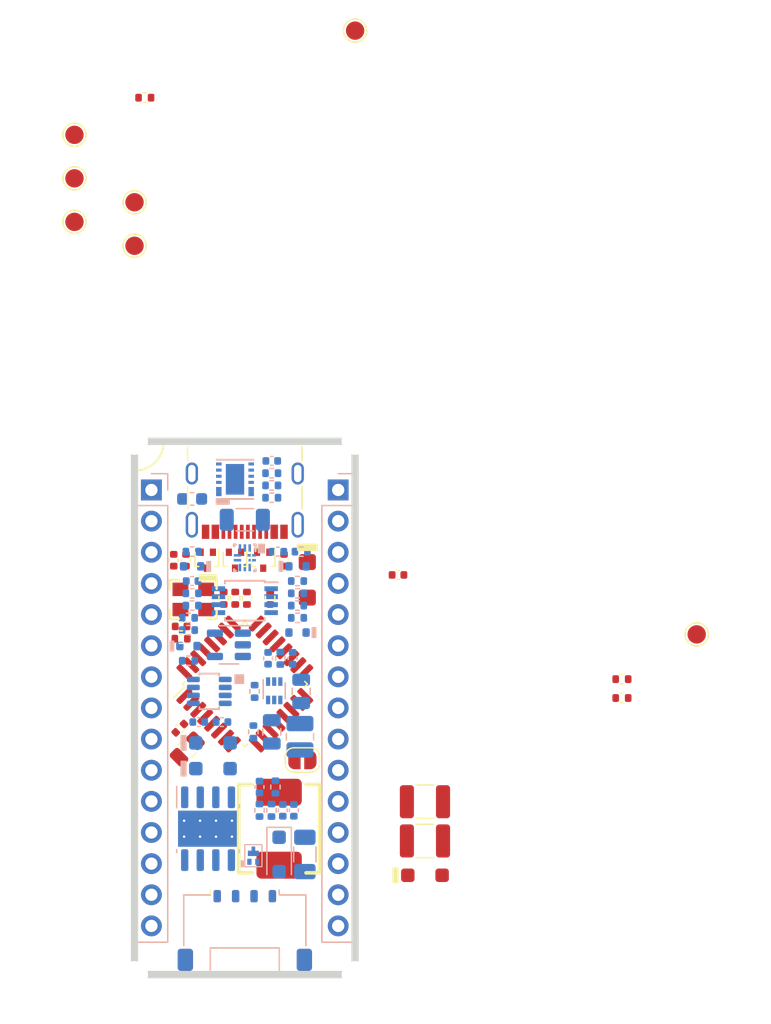
<source format=kicad_pcb>
(kicad_pcb (version 20221018) (generator pcbnew)
  (layers (0 "F.Cu" signal) (31 "B.Cu" signal) (34 "B.Paste" user) (35 "F.Paste" user) (36 "B.SilkS" user "B.Silkscreen") (37 "F.SilkS" user "F.Silkscreen") (38 "B.Mask" user) (39 "F.Mask" user) (44 "Edge.Cuts" user))
  (net 0 "")
  (net 31 "+VIN_USB")
  (net 32 "GND")
  (net 33 "/SBU2")
  (net 34 "/SBU1")
  (net 35 "/CC2")
  (net 36 "/CC1")
  (net 64 "/LV_SS")
  (net 65 "/LV_BOOT")
  (net 66 "/LV_SW")
  (net 67 "/LV_RT")
  (net 68 "/LV_EN")
  (net 69 "/LV_FB")
  (net 70 "+3V3_DCDC")
  (net 71 "/3V3_FB")
  (net 72 "/3V3_SW")
  (net 73 "/3V3_PG")
  (net 74 "/AOZ_SS")
  (net 75 "/AOZ_ENB")
  (net 76 "/AOZ_POVP")
  (net 77 "/VUSB_FLTB")
  (net 81 "/CC1_PR")
  (net 82 "/CC2_PR")
  (net 83 "/SBU1_PR")
  (net 84 "/SBU2_PR")
  (net 85 "Net-(U5A-+)")
  (net 86 "Net-(U5A--)")
  (net 87 "Net-(U5B-+)")
  (net 88 "Net-(U5B--)")
  (net 89 "Net-(R23-Pad2)")
  (net 90 "Net-(R24-Pad2)")
  (net 91 "/SWD_SEL")
  (net 94 "+5V0_DCDC")
  (net 95 "/DBCC1")
  (net 96 "Net-(X1-EN)")
  (net 97 "/OSC_OUT")
  (net 98 "/RCC_OSC_IN")
  (net 99 "/USB_DN")
  (net 100 "/USB_DP")
  (net 101 "/+5V0_DCDC_IN")
  (net 102 "+VIN_USB_PR")
  (net 103 "/CANH")
  (net 104 "/CANL")
  (net 105 "/+VCAN_J")
  (net 106 "+VIN_CAN")
  (net 107 "/USB_VBUS_DET")
  (net 108 "Net-(R25-Pad1)")
  (net 109 "/SWCLK")
  (net 110 "/SWDIO")
  (net 111 "/CAN_TXD")
  (net 112 "/CAN_RXD")
  (net 113 "/CAN_STB")
  (footprint "Capacitor_SMD:C_0402_1005Metric" (layer "F.Cu") (at 142 110.6 -135)
    (fp_text reference "C19" hide)
    (fp_text value "100nF")
    (pad "1" smd roundrect (at -0.48 0 225) (size 0.56 0.62) (layers "F.Cu" "F.Paste" "F.Mask") (net 70 "+3V3_DCDC"))
    (pad "2" smd roundrect (at 0.48 0 225) (size 0.56 0.62) (layers "F.Cu" "F.Paste" "F.Mask") (net 32 "GND"))
  )
  (footprint "MountingHole:MountingHole_2.2mm_M2" (layer "F.Cu") (at 138.3 87.2)
    (fp_text reference "H1" hide)
    (fp_text value "MountingHole")
    (pad "" np_thru_hole circle (at 0 0) (size 2.2 2.2) (drill 2.2) (layers "*.Cu" "*.Mask"))
  )
  (footprint "TestPoint:TestPoint_Pad_D1.5mm" (layer "F.Cu") (at 138.3 71.25)
    (fp_text reference "TP7" hide)
    (fp_text value "TestPoint_Probe")
    (pad "1" smd circle (at 0 0) (size 1.5 1.5) (layers "F.Cu" "F.Mask") (net 77 "/VUSB_FLTB"))
  )
  (footprint "Capacitor_SMD:C_0805_2012Metric" (layer "F.Cu") (at 142.6 112.3 -135)
    (fp_text reference "C20" hide)
    (fp_text value "10uF")
    (pad "1" smd roundrect (at -0.95 0 225) (size 1 1.45) (layers "F.Cu" "F.Paste" "F.Mask") (net 70 "+3V3_DCDC"))
    (pad "2" smd roundrect (at 0.95 0 225) (size 1 1.45) (layers "F.Cu" "F.Paste" "F.Mask") (net 32 "GND"))
  )
  (footprint "Resistor_SMD:R_0402_1005Metric" (layer "F.Cu") (at 178.075 106.6)
    (fp_text reference "R3" hide)
    (fp_text value "4K7")
    (pad "1" smd roundrect (at -0.51 0) (size 0.54 0.64) (layers "F.Cu" "F.Paste" "F.Mask") (net 31 "+VIN_USB"))
    (pad "2" smd roundrect (at 0.51 0) (size 0.54 0.64) (layers "F.Cu" "F.Paste" "F.Mask") (net 107 "/USB_VBUS_DET"))
  )
  (footprint "TestPoint:TestPoint_Pad_D1.5mm" (layer "F.Cu") (at 133.4 69.3)
    (fp_text reference "TP5" hide)
    (fp_text value "TestPoint_Probe")
    (pad "1" smd circle (at 0 0) (size 1.5 1.5) (layers "F.Cu" "F.Mask") (net 32 "GND"))
  )
  (footprint "TestPoint:TestPoint_Pad_D1.5mm" (layer "F.Cu") (at 133.4 62.2)
    (fp_text reference "TP3" hide)
    (fp_text value "TestPoint_Probe")
    (pad "1" smd circle (at 0 0) (size 1.5 1.5) (layers "F.Cu" "F.Mask") (net 73 "/3V3_PG"))
  )
  (footprint "Capacitor_SMD:C_0402_1005Metric" (layer "F.Cu") (at 142.1 102.3 180)
    (fp_text reference "C21" hide)
    (fp_text value "10nF")
    (pad "1" smd roundrect (at -0.48 0 180) (size 0.56 0.62) (layers "F.Cu" "F.Paste" "F.Mask") (net 70 "+3V3_DCDC"))
    (pad "2" smd roundrect (at 0.48 0 180) (size 0.56 0.62) (layers "F.Cu" "F.Paste" "F.Mask") (net 32 "GND"))
  )
  (footprint "Resistor_SMD:R_0402_1005Metric" (layer "F.Cu") (at 142.1 103.3)
    (fp_text reference "R28" hide)
    (fp_text value "0")
    (pad "1" smd roundrect (at -0.51 0) (size 0.54 0.64) (layers "F.Cu" "F.Paste" "F.Mask") (net 97 "/OSC_OUT"))
    (pad "2" smd roundrect (at 0.51 0) (size 0.54 0.64) (layers "F.Cu" "F.Paste" "F.Mask") (net 98 "/RCC_OSC_IN"))
  )
  (footprint "MountingHole:MountingHole_2.2mm_M2" (layer "F.Cu") (at 138.3 130.7)
    (fp_text reference "H3" hide)
    (fp_text value "MountingHole")
    (pad "" np_thru_hole circle (at 0 0) (size 2.2 2.2) (drill 2.2) (layers "*.Cu" "*.Mask"))
  )
  (footprint "Capacitor_SMD:C_0402_1005Metric" (layer "F.Cu") (at 150.5 96.9 -90)
    (fp_text reference "C1" hide)
    (fp_text value "10nF")
    (pad "1" smd roundrect (at -0.48 0 270) (size 0.56 0.62) (layers "F.Cu" "F.Paste" "F.Mask") (net 31 "+VIN_USB"))
    (pad "2" smd roundrect (at 0.48 0 270) (size 0.56 0.62) (layers "F.Cu" "F.Paste" "F.Mask") (net 32 "GND"))
  )
  (footprint "Resistor_SMD:R_0402_1005Metric" (layer "F.Cu") (at 146.52 100 -90)
    (fp_text reference "R2" hide)
    (fp_text value "5K1")
    (pad "1" smd roundrect (at -0.51 0 270) (size 0.54 0.64) (layers "F.Cu" "F.Paste" "F.Mask") (net 32 "GND"))
    (pad "2" smd roundrect (at 0.51 0 270) (size 0.54 0.64) (layers "F.Cu" "F.Paste" "F.Mask") (net 35 "/CC2"))
  )
  (footprint "Capacitor_SMD:C_1210_3225Metric" (layer "F.Cu") (at 162 116.6)
    (fp_text reference "C9" hide)
    (fp_text value "100uF")
    (pad "1" smd roundrect (at -1.475 0) (size 1.15 2.7) (layers "F.Cu" "F.Paste" "F.Mask") (roundrect_rratio 0.217391) (net 94 "+5V0_DCDC"))
    (pad "2" smd roundrect (at 1.475 0) (size 1.15 2.7) (layers "F.Cu" "F.Paste" "F.Mask") (roundrect_rratio 0.217391) (net 32 "GND"))
  )
  (footprint "Capacitor_SMD:C_0402_1005Metric" (layer "F.Cu") (at 159.8 98.1)
    (fp_text reference "C2" hide)
    (fp_text value "10nF")
    (pad "1" smd roundrect (at -0.48 0) (size 0.56 0.62) (layers "F.Cu" "F.Paste" "F.Mask") (net 31 "+VIN_USB"))
    (pad "2" smd roundrect (at 0.48 0) (size 0.56 0.62) (layers "F.Cu" "F.Paste" "F.Mask") (net 32 "GND"))
  )
  (footprint "MountingHole:MountingHole_2.2mm_M2" (layer "F.Cu") (at 156.3 130.7)
    (fp_text reference "H4" hide)
    (fp_text value "MountingHole")
    (pad "" np_thru_hole circle (at 0 0) (size 2.2 2.2) (drill 2.2) (layers "*.Cu" "*.Mask"))
  )
  (footprint "Resistor_SMD:R_0402_1005Metric" (layer "F.Cu") (at 145.57 100 -90)
    (fp_text reference "R27" hide)
    (fp_text value "10k")
    (pad "1" smd roundrect (at -0.51 0 270) (size 0.54 0.64) (layers "F.Cu" "F.Paste" "F.Mask") (net 96 "Net-(X1-EN)"))
    (pad "2" smd roundrect (at 0.51 0 270) (size 0.54 0.64) (layers "F.Cu" "F.Paste" "F.Mask") (net 70 "+3V3_DCDC"))
  )
  (footprint "TestPoint:TestPoint_Pad_D1.5mm" (layer "F.Cu") (at 138.3 67.7)
    (fp_text reference "TP6" hide)
    (fp_text value "TestPoint_Probe")
    (pad "1" smd circle (at 0 0) (size 1.5 1.5) (layers "F.Cu" "F.Mask") (net 102 "+VIN_USB_PR"))
  )
  (footprint "TestPoint:TestPoint_Pad_D1.5mm" (layer "F.Cu") (at 184.175 102.95)
    (fp_text reference "TP1" hide)
    (fp_text value "TestPoint_Probe")
    (pad "1" smd circle (at 0 0) (size 1.5 1.5) (layers "F.Cu" "F.Mask") (net 31 "+VIN_USB"))
  )
  (footprint "vhrd_crystal:Oscillator_SMD_Abracon_ASE-4Pin_3.2x2.5mm" (layer "F.Cu") (at 143.1 100.1 180)
    (fp_text reference "X1" hide)
    (fp_text value "Osc 24MHz 50ppm 3.2x2.5mm")
    (pad "1" smd rect (at -1.05 0.825 180) (size 1.3 1.1) (layers "F.Cu" "F.Paste" "F.Mask") (net 96 "Net-(X1-EN)"))
    (pad "2" smd rect (at 1.05 0.825 180) (size 1.3 1.1) (layers "F.Cu" "F.Paste" "F.Mask") (net 32 "GND"))
    (pad "3" smd rect (at 1.05 -0.825 180) (size 1.3 1.1) (layers "F.Cu" "F.Paste" "F.Mask") (net 97 "/OSC_OUT"))
    (pad "4" smd rect (at -1.05 -0.825 180) (size 1.3 1.1) (layers "F.Cu" "F.Paste" "F.Mask") (net 70 "+3V3_DCDC"))
  )
  (footprint "TestPoint:TestPoint_Pad_D1.5mm" (layer "F.Cu") (at 156.3 53.7)
    (fp_text reference "TP2" hide)
    (fp_text value "TestPoint_Probe")
    (pad "1" smd circle (at 0 0) (size 1.5 1.5) (layers "F.Cu" "F.Mask") (net 65 "/LV_BOOT"))
  )
  (footprint "vhrd_inductor:LMLP07A7" (layer "F.Cu") (at 150.1 118.8 90)
    (fp_text reference "L1" hide)
    (fp_text value "LMLP07A7M8R2DTAS")
    (pad "1" smd roundrect (at -2.975 0 270) (size 2.2 3.7) (layers "F.Cu" "F.Paste" "F.Mask") (roundrect_rratio 0.178571) (net 66 "/LV_SW"))
    (pad "2" smd roundrect (at 2.975 0 270) (size 2.2 3.7) (layers "F.Cu" "F.Paste" "F.Mask") (roundrect_rratio 0.178571) (net 94 "+5V0_DCDC"))
  )
  (footprint "MountingHole:MountingHole_2.2mm_M2" (layer "F.Cu") (at 156.3 87.2)
    (fp_text reference "H2" hide)
    (fp_text value "MountingHole")
    (pad "" np_thru_hole circle (at 0 0) (size 2.2 2.2) (drill 2.2) (layers "*.Cu" "*.Mask"))
  )
  (footprint "vhrd_connectors_molex:Molex_Pico-Lock_504050-0491_1x04-1MP_P1.50mm_Horizontal" (layer "F.Cu") (at 147.3 127.1)
    (fp_text reference "J4" hide)
    (fp_text value "Pico-Lock 4P")
    (pad "1" smd roundrect (at -2.25 -2.795) (size 0.6 1) (layers "F.Cu" "F.Paste" "F.Mask") (net 105 "/+VCAN_J"))
    (pad "2" smd roundrect (at -0.75 -2.795) (size 0.6 1) (layers "F.Cu" "F.Paste" "F.Mask") (net 103 "/CANH"))
    (pad "3" smd roundrect (at 0.75 -2.795) (size 0.6 1) (layers "F.Cu" "F.Paste" "F.Mask") (net 104 "/CANL"))
    (pad "4" smd roundrect (at 2.25 -2.795) (size 0.6 1) (layers "F.Cu" "F.Paste" "F.Mask") (net 32 "GND"))
    (pad "MP" smd roundrect (at -4.855 2.395) (size 1.25 1.8) (layers "F.Cu" "F.Paste" "F.Mask") (roundrect_rratio 0.2) (net 32 "GND"))
    (pad "MP" smd roundrect (at 4.855 2.395) (size 1.25 1.8) (layers "F.Cu" "F.Paste" "F.Mask") (roundrect_rratio 0.2) (net 32 "GND"))
  )
  (footprint "vhrd_generic:SOT-416" (layer "F.Cu") (at 146.5 96.9 -90)
    (fp_text reference "D3" hide)
    (fp_text value "RCLAMP0502BA")
    (pad "1" smd rect (at -0.65 -0.5 270) (size 0.6 0.5) (layers "F.Cu" "F.Paste" "F.Mask") (net 99 "/USB_DN"))
    (pad "2" smd rect (at -0.65 0.5 270) (size 0.6 0.5) (layers "F.Cu" "F.Paste" "F.Mask") (net 100 "/USB_DP"))
    (pad "3" smd rect (at 0.65 0 270) (size 0.6 0.5) (layers "F.Cu" "F.Paste" "F.Mask") (net 32 "GND"))
  )
  (footprint "Capacitor_SMD:C_1210_3225Metric" (layer "F.Cu") (at 162 119.8)
    (fp_text reference "C5" hide)
    (fp_text value "10uF")
    (pad "1" smd roundrect (at -1.475 0) (size 1.15 2.7) (layers "F.Cu" "F.Paste" "F.Mask") (roundrect_rratio 0.217391) (net 101 "/+5V0_DCDC_IN"))
    (pad "2" smd roundrect (at 1.475 0) (size 1.15 2.7) (layers "F.Cu" "F.Paste" "F.Mask") (roundrect_rratio 0.217391) (net 32 "GND"))
  )
  (footprint "Resistor_SMD:R_0402_1005Metric" (layer "F.Cu") (at 178.075 108.14)
    (fp_text reference "R4" hide)
    (fp_text value "10K")
    (pad "1" smd roundrect (at -0.51 0) (size 0.54 0.64) (layers "F.Cu" "F.Paste" "F.Mask") (net 107 "/USB_VBUS_DET"))
    (pad "2" smd roundrect (at 0.51 0) (size 0.54 0.64) (layers "F.Cu" "F.Paste" "F.Mask") (net 32 "GND"))
  )
  (footprint "Capacitor_SMD:C_0402_1005Metric" (layer "F.Cu") (at 141.5 96.9 -90)
    (fp_text reference "C3" hide)
    (fp_text value "10nF")
    (pad "1" smd roundrect (at -0.48 0 270) (size 0.56 0.62) (layers "F.Cu" "F.Paste" "F.Mask") (net 31 "+VIN_USB"))
    (pad "2" smd roundrect (at 0.48 0 270) (size 0.56 0.62) (layers "F.Cu" "F.Paste" "F.Mask") (net 32 "GND"))
  )
  (footprint "vhrd_generic:SOT-416" (layer "F.Cu") (at 144.2 96.9 -90)
    (fp_text reference "D1" hide)
    (fp_text value "RCLAMP0502BA")
    (pad "1" smd rect (at -0.65 -0.5 270) (size 0.6 0.5) (layers "F.Cu" "F.Paste" "F.Mask") (net 34 "/SBU1"))
    (pad "2" smd rect (at -0.65 0.5 270) (size 0.6 0.5) (layers "F.Cu" "F.Paste" "F.Mask") (net 35 "/CC2"))
    (pad "3" smd rect (at 0.65 0 270) (size 0.6 0.5) (layers "F.Cu" "F.Paste" "F.Mask") (net 32 "GND"))
  )
  (footprint "vhrd_diode:D_SOD-123F" (layer "F.Cu") (at 162 122.6)
    (fp_text reference "D5" hide)
    (fp_text value "Schottky 3A")
    (pad "1" smd roundrect (at -1.4 0) (size 1.1 1.1) (layers "F.Cu" "F.Paste" "F.Mask") (roundrect_rratio 0.2272727273) (net 66 "/LV_SW"))
    (pad "2" smd roundrect (at 1.4 0) (size 1.1 1.1) (layers "F.Cu" "F.Paste" "F.Mask") (roundrect_rratio 0.2272727273) (net 32 "GND"))
  )
  (footprint "Jumper:SolderJumper-2_P1.3mm_Open_RoundedPad1.0x1.5mm" (layer "F.Cu") (at 152 113.2)
    (fp_text reference "JP1" hide)
    (fp_text value "Jumper board")
    (pad "1" smd custom (at -0.65 0) (size 1 0.5) (layers "F.Cu" "F.Mask") (net 106 "+VIN_CAN") (options (clearance outline) (anchor rect)) (primitives (gr_circle (center 0 0.25) (end 0.5 0.25) (width 0) (fill yes)) (gr_circle (center 0 -0.25) (end 0.5 -0.25) (width 0) (fill yes)) (gr_poly (pts (xy 0.5 0.75) (xy 0 0.75) (xy 0 -0.75) (xy 0.5 -0.75)) (width 0) (fill yes))))
    (pad "2" smd custom (at 0.65 0) (size 1 0.5) (layers "F.Cu" "F.Mask") (net 102 "+VIN_USB_PR") (options (clearance outline) (anchor rect)) (primitives (gr_circle (center 0 0.25) (end 0.5 0.25) (width 0) (fill yes)) (gr_circle (center 0 -0.25) (end 0.5 -0.25) (width 0) (fill yes)) (gr_poly (pts (xy 0 0.75) (xy -0.5 0.75) (xy -0.5 -0.75) (xy 0 -0.75)) (width 0) (fill yes))))
  )
  (footprint "vhrd_diode:D_SMF" (layer "F.Cu") (at 152.4 98.5 -90)
    (fp_text reference "D4" hide)
    (fp_text value "Vbr=24V Vcl=35V")
    (pad "1" smd roundrect (at -1.45 0 270) (size 1.3 1.4) (layers "F.Cu" "F.Paste" "F.Mask") (roundrect_rratio 0.1923076923) (net 31 "+VIN_USB"))
    (pad "2" smd roundrect (at 1.45 0 270) (size 1.3 1.4) (layers "F.Cu" "F.Paste" "F.Mask") (roundrect_rratio 0.1923076923) (net 32 "GND"))
  )
  (footprint "Resistor_SMD:R_0402_1005Metric" (layer "F.Cu") (at 147.47 100 -90)
    (fp_text reference "R1" hide)
    (fp_text value "5K1")
    (pad "1" smd roundrect (at -0.51 0 270) (size 0.54 0.64) (layers "F.Cu" "F.Paste" "F.Mask") (net 32 "GND"))
    (pad "2" smd roundrect (at 0.51 0 270) (size 0.54 0.64) (layers "F.Cu" "F.Paste" "F.Mask") (net 36 "/CC1"))
  )
  (footprint "vhrd_connector_gct:USB_C_Receptacle_GCT_USB4105-xx-A_16P_TopMnt_Horizontal" (layer "F.Cu") (at 147.3 90.9 180)
    (fp_text reference "J3" hide)
    (fp_text value "USB_C_Receptacle_USB2.0")
    (pad "" np_thru_hole circle (at -2.89 -2.605 180) (size 0.65 0.65) (drill 0.65) (layers "F&B.Cu" "*.Mask"))
    (pad "" np_thru_hole circle (at 2.89 -2.605 180) (size 0.65 0.65) (drill 0.65) (layers "F&B.Cu" "*.Mask"))
    (pad "A1" smd rect (at -3.2 -3.68 180) (size 0.6 1.15) (layers "F.Cu" "F.Paste" "F.Mask") (net 32 "GND"))
    (pad "A4" smd rect (at -2.4 -3.68 180) (size 0.6 1.15) (layers "F.Cu" "F.Paste" "F.Mask") (net 31 "+VIN_USB"))
    (pad "A5" smd rect (at -1.25 -3.68 180) (size 0.3 1.15) (layers "F.Cu" "F.Paste" "F.Mask") (net 36 "/CC1"))
    (pad "A6" smd rect (at -0.25 -3.68 180) (size 0.3 1.15) (layers "F.Cu" "F.Paste" "F.Mask") (net 100 "/USB_DP"))
    (pad "A7" smd rect (at 0.25 -3.68 180) (size 0.3 1.15) (layers "F.Cu" "F.Paste" "F.Mask") (net 99 "/USB_DN"))
    (pad "A8" smd rect (at 1.25 -3.68 180) (size 0.3 1.15) (layers "F.Cu" "F.Paste" "F.Mask") (net 34 "/SBU1"))
    (pad "A9" smd rect (at 2.4 -3.68 180) (size 0.6 1.15) (layers "F.Cu" "F.Paste" "F.Mask") (net 31 "+VIN_USB"))
    (pad "A12" smd rect (at 3.2 -3.68 180) (size 0.6 1.15) (layers "F.Cu" "F.Paste" "F.Mask") (net 32 "GND"))
    (pad "B1" smd rect (at 3.2 -3.68 180) (size 0.6 1.15) (layers "F.Cu" "F.Paste" "F.Mask") (net 32 "GND"))
    (pad "B4" smd rect (at 2.4 -3.68 180) (size 0.6 1.15) (layers "F.Cu" "F.Paste" "F.Mask") (net 31 "+VIN_USB"))
    (pad "B5" smd rect (at 1.75 -3.68 180) (size 0.3 1.15) (layers "F.Cu" "F.Paste" "F.Mask") (net 35 "/CC2"))
    (pad "B6" smd rect (at 0.75 -3.68 180) (size 0.3 1.15) (layers "F.Cu" "F.Paste" "F.Mask") (net 100 "/USB_DP"))
    (pad "B7" smd rect (at -0.75 -3.68 180) (size 0.3 1.15) (layers "F.Cu" "F.Paste" "F.Mask") (net 99 "/USB_DN"))
    (pad "B8" smd rect (at -1.75 -3.68 180) (size 0.3 1.15) (layers "F.Cu" "F.Paste" "F.Mask") (net 33 "/SBU2"))
    (pad "B9" smd rect (at -2.4 -3.68 180) (size 0.6 1.15) (layers "F.Cu" "F.Paste" "F.Mask") (net 31 "+VIN_USB"))
    (pad "B12" smd rect (at -3.2 -3.68 180) (size 0.6 1.15) (layers "F.Cu" "F.Paste" "F.Mask") (net 32 "GND"))
    (pad "S1" thru_hole oval (at -4.32 -3.105 180) (size 1 2.1) (drill oval 0.6 1.7) (layers "*.Cu" "*.Mask" "F.Paste") (net 32 "GND"))
    (pad "S1" thru_hole oval (at -4.32 1.075 180) (size 1 1.8) (drill oval 0.6 1.4) (layers "*.Cu" "*.Mask" "F.Paste") (net 32 "GND"))
    (pad "S1" thru_hole oval (at 4.32 -3.105 180) (size 1 2.1) (drill oval 0.6 1.7) (layers "*.Cu" "*.Mask" "F.Paste") (net 32 "GND"))
    (pad "S1" thru_hole oval (at 4.32 1.075 180) (size 1 1.8) (drill oval 0.6 1.4) (layers "*.Cu" "*.Mask" "F.Paste") (net 32 "GND"))
  )
  (footprint "Resistor_SMD:R_0402_1005Metric" (layer "F.Cu") (at 149.37 100 90)
    (fp_text reference "R26" hide)
    (fp_text value "0")
    (pad "1" smd roundrect (at -0.51 0 90) (size 0.54 0.64) (layers "F.Cu" "F.Paste" "F.Mask") (net 95 "/DBCC1"))
    (pad "2" smd roundrect (at 0.51 0 90) (size 0.54 0.64) (layers "F.Cu" "F.Paste" "F.Mask") (net 81 "/CC1_PR"))
  )
  (footprint "TestPoint:TestPoint_Pad_D1.5mm" (layer "F.Cu") (at 133.4 65.75)
    (fp_text reference "TP4" hide)
    (fp_text value "TestPoint_Probe")
    (pad "1" smd circle (at 0 0) (size 1.5 1.5) (layers "F.Cu" "F.Mask") (net 70 "+3V3_DCDC"))
  )
  (footprint "Capacitor_SMD:C_0402_1005Metric" (layer "F.Cu") (at 142.5 96.9 -90)
    (fp_text reference "C4" hide)
    (fp_text value "10nF")
    (pad "1" smd roundrect (at -0.48 0 270) (size 0.56 0.62) (layers "F.Cu" "F.Paste" "F.Mask") (net 31 "+VIN_USB"))
    (pad "2" smd roundrect (at 0.48 0 270) (size 0.56 0.62) (layers "F.Cu" "F.Paste" "F.Mask") (net 32 "GND"))
  )
  (footprint "Package_QFP:LQFP-32_7x7mm_P0.8mm" (layer "F.Cu") (at 147.3 107 45)
    (fp_text reference "U1" hide)
    (fp_text value "STM32G0B1KCTx")
    (pad "1" smd roundrect (at -4.175 -2.8 45) (size 1.5 0.5) (layers "F.Cu" "F.Paste" "F.Mask"))
    (pad "2" smd roundrect (at -4.175 -2 45) (size 1.5 0.5) (layers "F.Cu" "F.Paste" "F.Mask") (net 98 "/RCC_OSC_IN"))
    (pad "3" smd roundrect (at -4.175 -1.2 45) (size 1.5 0.5) (layers "F.Cu" "F.Paste" "F.Mask"))
    (pad "4" smd roundrect (at -4.175 -0.4 45) (size 1.5 0.5) (layers "F.Cu" "F.Paste" "F.Mask") (net 70 "+3V3_DCDC"))
    (pad "5" smd roundrect (at -4.175 0.4 45) (size 1.5 0.5) (layers "F.Cu" "F.Paste" "F.Mask") (net 32 "GND"))
    (pad "6" smd roundrect (at -4.175 1.2 45) (size 1.5 0.5) (layers "F.Cu" "F.Paste" "F.Mask"))
    (pad "7" smd roundrect (at -4.175 2 45) (size 1.5 0.5) (layers "F.Cu" "F.Paste" "F.Mask"))
    (pad "8" smd roundrect (at -4.175 2.8 45) (size 1.5 0.5) (layers "F.Cu" "F.Paste" "F.Mask"))
    (pad "9" smd roundrect (at -2.8 4.175 45) (size 0.5 1.5) (layers "F.Cu" "F.Paste" "F.Mask"))
    (pad "10" smd roundrect (at -2 4.175 45) (size 0.5 1.5) (layers "F.Cu" "F.Paste" "F.Mask"))
    (pad "11" smd roundrect (at -1.2 4.175 45) (size 0.5 1.5) (layers "F.Cu" "F.Paste" "F.Mask"))
    (pad "12" smd roundrect (at -0.4 4.175 45) (size 0.5 1.5) (layers "F.Cu" "F.Paste" "F.Mask"))
    (pad "13" smd roundrect (at 0.4 4.175 45) (size 0.5 1.5) (layers "F.Cu" "F.Paste" "F.Mask"))
    (pad "14" smd roundrect (at 1.2 4.175 45) (size 0.5 1.5) (layers "F.Cu" "F.Paste" "F.Mask"))
    (pad "15" smd roundrect (at 2 4.175 45) (size 0.5 1.5) (layers "F.Cu" "F.Paste" "F.Mask"))
    (pad "16" smd roundrect (at 2.8 4.175 45) (size 0.5 1.5) (layers "F.Cu" "F.Paste" "F.Mask"))
    (pad "17" smd roundrect (at 4.175 2.8 45) (size 1.5 0.5) (layers "F.Cu" "F.Paste" "F.Mask"))
    (pad "18" smd roundrect (at 4.175 2 45) (size 1.5 0.5) (layers "F.Cu" "F.Paste" "F.Mask") (net 81 "/CC1_PR"))
    (pad "19" smd roundrect (at 4.175 1.2 45) (size 1.5 0.5) (layers "F.Cu" "F.Paste" "F.Mask") (net 95 "/DBCC1"))
    (pad "20" smd roundrect (at 4.175 0.4 45) (size 1.5 0.5) (layers "F.Cu" "F.Paste" "F.Mask"))
    (pad "21" smd roundrect (at 4.175 -0.4 45) (size 1.5 0.5) (layers "F.Cu" "F.Paste" "F.Mask"))
    (pad "22" smd roundrect (at 4.175 -1.2 45) (size 1.5 0.5) (layers "F.Cu" "F.Paste" "F.Mask"))
    (pad "23" smd roundrect (at 4.175 -2 45) (size 1.5 0.5) (layers "F.Cu" "F.Paste" "F.Mask"))
    (pad "24" smd roundrect (at 4.175 -2.8 45) (size 1.5 0.5) (layers "F.Cu" "F.Paste" "F.Mask"))
    (pad "25" smd roundrect (at 2.8 -4.175 45) (size 0.5 1.5) (layers "F.Cu" "F.Paste" "F.Mask"))
    (pad "26" smd roundrect (at 2 -4.175 45) (size 0.5 1.5) (layers "F.Cu" "F.Paste" "F.Mask"))
    (pad "27" smd roundrect (at 1.2 -4.175 45) (size 0.5 1.5) (layers "F.Cu" "F.Paste" "F.Mask"))
    (pad "28" smd roundrect (at 0.4 -4.175 45) (size 0.5 1.5) (layers "F.Cu" "F.Paste" "F.Mask"))
    (pad "29" smd roundrect (at -0.4 -4.175 45) (size 0.5 1.5) (layers "F.Cu" "F.Paste" "F.Mask"))
    (pad "30" smd roundrect (at -1.2 -4.175 45) (size 0.5 1.5) (layers "F.Cu" "F.Paste" "F.Mask"))
    (pad "31" smd roundrect (at -2 -4.175 45) (size 0.5 1.5) (layers "F.Cu" "F.Paste" "F.Mask"))
    (pad "32" smd roundrect (at -2.8 -4.175 45) (size 0.5 1.5) (layers "F.Cu" "F.Paste" "F.Mask"))
  )
  (footprint "vhrd_generic:SOT-416" (layer "F.Cu") (at 148.8 96.9 -90)
    (fp_text reference "D2" hide)
    (fp_text value "RCLAMP0502BA")
    (pad "1" smd rect (at -0.65 -0.5 270) (size 0.6 0.5) (layers "F.Cu" "F.Paste" "F.Mask") (net 33 "/SBU2"))
    (pad "2" smd rect (at -0.65 0.5 270) (size 0.6 0.5) (layers "F.Cu" "F.Paste" "F.Mask") (net 36 "/CC1"))
    (pad "3" smd rect (at 0.65 0 270) (size 0.6 0.5) (layers "F.Cu" "F.Paste" "F.Mask") (net 32 "GND"))
  )
  (footprint "Resistor_SMD:R_0402_1005Metric" (layer "F.Cu") (at 139.14 59.17)
    (fp_text reference "R5" hide)
    (fp_text value "49K9")
    (pad "1" smd roundrect (at -0.51 0) (size 0.54 0.64) (layers "F.Cu" "F.Paste" "F.Mask") (net 67 "/LV_RT"))
    (pad "2" smd roundrect (at 0.51 0) (size 0.54 0.64) (layers "F.Cu" "F.Paste" "F.Mask") (net 32 "GND"))
  )
  (footprint "Capacitor_SMD:C_0402_1005Metric" (layer "B.Cu") (at 151.3 117.3 -90)
    (fp_text reference "C8" hide)
    (fp_text value "100nF")
    (pad "1" smd roundrect (at -0.48 0 270) (size 0.56 0.62) (layers "B.Cu" "B.Paste" "B.Mask") (net 65 "/LV_BOOT"))
    (pad "2" smd roundrect (at 0.48 0 270) (size 0.56 0.62) (layers "B.Cu" "B.Paste" "B.Mask") (net 66 "/LV_SW"))
  )
  (footprint "Resistor_SMD:R_0402_1005Metric" (layer "B.Cu") (at 143 96.2)
    (fp_text reference "R22" hide)
    (fp_text value "200")
    (pad "1" smd roundrect (at -0.51 0) (size 0.54 0.64) (layers "B.Cu" "B.Paste" "B.Mask") (net 33 "/SBU2"))
    (pad "2" smd roundrect (at 0.51 0) (size 0.54 0.64) (layers "B.Cu" "B.Paste" "B.Mask") (net 84 "/SBU2_PR"))
  )
  (footprint "Capacitor_SMD:C_0402_1005Metric" (layer "B.Cu") (at 145.4375 110.1)
    (fp_text reference "C22" hide)
    (fp_text value "100nF")
    (pad "1" smd roundrect (at -0.48 0) (size 0.56 0.62) (layers "B.Cu" "B.Paste" "B.Mask") (net 94 "+5V0_DCDC"))
    (pad "2" smd roundrect (at 0.48 0) (size 0.56 0.62) (layers "B.Cu" "B.Paste" "B.Mask") (net 32 "GND"))
  )
  (footprint "Resistor_SMD:R_0402_1005Metric" (layer "B.Cu") (at 148.5 117.3 -90)
    (fp_text reference "R7" hide)
    (fp_text value "57K6")
    (pad "1" smd roundrect (at -0.51 0 270) (size 0.54 0.64) (layers "B.Cu" "B.Paste" "B.Mask") (net 69 "/LV_FB"))
    (pad "2" smd roundrect (at 0.51 0 270) (size 0.54 0.64) (layers "B.Cu" "B.Paste" "B.Mask") (net 94 "+5V0_DCDC"))
  )
  (footprint "Package_SO:SOIC-8-1EP_3.9x4.9mm_P1.27mm_EP2.95x4.9mm_Mask2.71x3.4mm_ThermalVias" (layer "B.Cu") (at 144.3 118.8 -90)
    (fp_text reference "U2" hide)
    (fp_text value "LV14360SDDAR")
    (pad "1" smd roundrect (at -2.5625 1.905 270) (size 1.775 0.6) (layers "B.Cu" "B.Paste" "B.Mask") (net 65 "/LV_BOOT"))
    (pad "2" smd roundrect (at -2.5625 0.635 270) (size 1.775 0.6) (layers "B.Cu" "B.Paste" "B.Mask") (net 101 "/+5V0_DCDC_IN"))
    (pad "3" smd roundrect (at -2.5625 -0.635 270) (size 1.775 0.6) (layers "B.Cu" "B.Paste" "B.Mask") (net 68 "/LV_EN"))
    (pad "4" smd roundrect (at -2.5625 -1.905 270) (size 1.775 0.6) (layers "B.Cu" "B.Paste" "B.Mask") (net 67 "/LV_RT"))
    (pad "5" smd roundrect (at 2.5625 -1.905 270) (size 1.775 0.6) (layers "B.Cu" "B.Paste" "B.Mask") (net 69 "/LV_FB"))
    (pad "6" smd roundrect (at 2.5625 -0.635 270) (size 1.775 0.6) (layers "B.Cu" "B.Paste" "B.Mask") (net 64 "/LV_SS"))
    (pad "7" smd roundrect (at 2.5625 0.635 270) (size 1.775 0.6) (layers "B.Cu" "B.Paste" "B.Mask") (net 32 "GND"))
    (pad "8" smd roundrect (at 2.5625 1.905 270) (size 1.775 0.6) (layers "B.Cu" "B.Paste" "B.Mask") (net 66 "/LV_SW"))
    (pad "9" thru_hole circle (at -0.65 -1.95 270) (size 0.5 0.5) (drill 0.2) (layers "*.Cu") (net 32 "GND"))
    (pad "9" thru_hole circle (at -0.65 -0.65 270) (size 0.5 0.5) (drill 0.2) (layers "*.Cu") (net 32 "GND"))
    (pad "9" thru_hole circle (at -0.65 0.65 270) (size 0.5 0.5) (drill 0.2) (layers "*.Cu") (net 32 "GND"))
    (pad "9" thru_hole circle (at -0.65 1.95 270) (size 0.5 0.5) (drill 0.2) (layers "*.Cu") (net 32 "GND"))
    (pad "9" smd rect (at 0 0 270) (size 1.8 4.4) (layers "F.Cu") (net 32 "GND"))
    (pad "9" smd rect (at 0 0 270) (size 2.95 4.9) (layers "B.Cu") (net 32 "GND"))
    (pad "9" thru_hole circle (at 0.65 -1.95 270) (size 0.5 0.5) (drill 0.2) (layers "*.Cu") (net 32 "GND"))
    (pad "9" thru_hole circle (at 0.65 -0.65 270) (size 0.5 0.5) (drill 0.2) (layers "*.Cu") (net 32 "GND"))
    (pad "9" thru_hole circle (at 0.65 0.65 270) (size 0.5 0.5) (drill 0.2) (layers "*.Cu") (net 32 "GND"))
    (pad "9" thru_hole circle (at 0.65 1.95 270) (size 0.5 0.5) (drill 0.2) (layers "*.Cu") (net 32 "GND"))
  )
  (footprint "Resistor_SMD:R_0402_1005Metric" (layer "B.Cu") (at 149.475 117.3 90)
    (fp_text reference "R8" hide)
    (fp_text value "10K")
    (pad "1" smd roundrect (at -0.51 0 90) (size 0.54 0.64) (layers "B.Cu" "B.Paste" "B.Mask") (net 32 "GND"))
    (pad "2" smd roundrect (at 0.51 0 90) (size 0.54 0.64) (layers "B.Cu" "B.Paste" "B.Mask") (net 69 "/LV_FB"))
  )
  (footprint "Resistor_SMD:R_0402_1005Metric" (layer "B.Cu") (at 149.5 91.8 180)
    (fp_text reference "R13" hide)
    (fp_text value "301K")
    (pad "1" smd roundrect (at -0.51 0 180) (size 0.54 0.64) (layers "B.Cu" "B.Paste" "B.Mask") (net 76 "/AOZ_POVP"))
    (pad "2" smd roundrect (at 0.51 0 180) (size 0.54 0.64) (layers "B.Cu" "B.Paste" "B.Mask") (net 32 "GND"))
  )
  (footprint "vhrd_diode:D_SOD-123F" (layer "B.Cu") (at 144.7 113.9)
    (fp_text reference "D13" hide)
    (fp_text value "Schottky 3A")
    (pad "1" smd roundrect (at -1.4 0) (size 1.1 1.1) (layers "B.Cu" "B.Paste" "B.Mask") (roundrect_rratio 0.2272727273) (net 101 "/+5V0_DCDC_IN"))
    (pad "2" smd roundrect (at 1.4 0) (size 1.1 1.1) (layers "B.Cu" "B.Paste" "B.Mask") (roundrect_rratio 0.2272727273) (net 102 "+VIN_USB_PR"))
  )
  (footprint "Resistor_SMD:R_0402_1005Metric" (layer "B.Cu") (at 148 110.9 -90)
    (fp_text reference "R9" hide)
    (fp_text value "100K")
    (pad "1" smd roundrect (at -0.51 0 270) (size 0.54 0.64) (layers "B.Cu" "B.Paste" "B.Mask") (net 73 "/3V3_PG"))
    (pad "2" smd roundrect (at 0.51 0 270) (size 0.54 0.64) (layers "B.Cu" "B.Paste" "B.Mask") (net 70 "+3V3_DCDC"))
  )
  (footprint "Resistor_SMD:R_0402_1005Metric" (layer "B.Cu") (at 149.5 89.8 180)
    (fp_text reference "R12" hide)
    (fp_text value "0")
    (pad "1" smd roundrect (at -0.51 0 180) (size 0.54 0.64) (layers "B.Cu" "B.Paste" "B.Mask") (net 75 "/AOZ_ENB"))
    (pad "2" smd roundrect (at 0.51 0 180) (size 0.54 0.64) (layers "B.Cu" "B.Paste" "B.Mask") (net 32 "GND"))
  )
  (footprint "vhrd_passive_diode:DFN1110D-3_3-XDFN" (layer "B.Cu") (at 148 121)
    (fp_text reference "D10" hide)
    (fp_text value "PESD2CANFD24V-QBZ")
    (pad "1" smd rect (at -0.325 0.5 180) (size 0.35 0.5) (layers "B.Cu" "B.Paste" "B.Mask") (net 103 "/CANH"))
    (pad "2" smd rect (at 0.325 0.5 180) (size 0.35 0.5) (layers "B.Cu" "B.Paste" "B.Mask") (net 104 "/CANL"))
    (pad "3" smd custom (at 0 -0.19) (size 0.9 0.44) (layers "B.Cu" "B.Paste" "B.Mask") (net 32 "GND") (options (clearance outline) (anchor rect)) (primitives (gr_poly (pts (xy 0.15 -0.22) (xy 0.15 -0.56) (xy -0.15 -0.56) (xy -0.15 -0.22)) (width 0) (fill yes))))
  )
  (footprint "Resistor_SMD:R_0402_1005Metric" (layer "B.Cu") (at 151.6 98.6)
    (fp_text reference "R23" hide)
    (fp_text value "10K")
    (pad "1" smd roundrect (at -0.51 0) (size 0.54 0.64) (layers "B.Cu" "B.Paste" "B.Mask") (net 86 "Net-(U5A--)"))
    (pad "2" smd roundrect (at 0.51 0) (size 0.54 0.64) (layers "B.Cu" "B.Paste" "B.Mask") (net 89 "Net-(R23-Pad2)"))
  )
  (footprint "vhrd_connectors_molex:Molex_Pico-Lock_504050-0491_1x04-1MP_P1.50mm_Horizontal" (layer "B.Cu") (at 147.3 127.1 180)
    (fp_text reference "J5" hide)
    (fp_text value "Pico-Lock 4P")
    (pad "1" smd roundrect (at -2.25 2.795 180) (size 0.6 1) (layers "B.Cu" "B.Paste" "B.Mask") (net 105 "/+VCAN_J"))
    (pad "2" smd roundrect (at -0.75 2.795 180) (size 0.6 1) (layers "B.Cu" "B.Paste" "B.Mask") (net 103 "/CANH"))
    (pad "3" smd roundrect (at 0.75 2.795 180) (size 0.6 1) (layers "B.Cu" "B.Paste" "B.Mask") (net 104 "/CANL"))
    (pad "4" smd roundrect (at 2.25 2.795 180) (size 0.6 1) (layers "B.Cu" "B.Paste" "B.Mask") (net 32 "GND"))
    (pad "MP" smd roundrect (at -4.855 -2.395 180) (size 1.25 1.8) (layers "B.Cu" "B.Paste" "B.Mask") (roundrect_rratio 0.2) (net 32 "GND"))
    (pad "MP" smd roundrect (at 4.855 -2.395 180) (size 1.25 1.8) (layers "B.Cu" "B.Paste" "B.Mask") (roundrect_rratio 0.2) (net 32 "GND"))
  )
  (footprint "Connector_PinHeader_2.54mm:PinHeader_1x15_P2.54mm_Vertical" (layer "B.Cu") (at 139.68 91.17 180)
    (fp_text reference "J1" hide)
    (fp_text value "Conn_01x15")
    (pad "1" thru_hole rect (at 0 0 180) (size 1.7 1.7) (drill 1) (layers "*.Cu" "*.Mask"))
    (pad "2" thru_hole oval (at 0 -2.54 180) (size 1.7 1.7) (drill 1) (layers "*.Cu" "*.Mask"))
    (pad "3" thru_hole oval (at 0 -5.08 180) (size 1.7 1.7) (drill 1) (layers "*.Cu" "*.Mask"))
    (pad "4" thru_hole oval (at 0 -7.62 180) (size 1.7 1.7) (drill 1) (layers "*.Cu" "*.Mask"))
    (pad "5" thru_hole oval (at 0 -10.16 180) (size 1.7 1.7) (drill 1) (layers "*.Cu" "*.Mask"))
    (pad "6" thru_hole oval (at 0 -12.7 180) (size 1.7 1.7) (drill 1) (layers "*.Cu" "*.Mask"))
    (pad "7" thru_hole oval (at 0 -15.24 180) (size 1.7 1.7) (drill 1) (layers "*.Cu" "*.Mask"))
    (pad "8" thru_hole oval (at 0 -17.78 180) (size 1.7 1.7) (drill 1) (layers "*.Cu" "*.Mask"))
    (pad "9" thru_hole oval (at 0 -20.32 180) (size 1.7 1.7) (drill 1) (layers "*.Cu" "*.Mask"))
    (pad "10" thru_hole oval (at 0 -22.86 180) (size 1.7 1.7) (drill 1) (layers "*.Cu" "*.Mask"))
    (pad "11" thru_hole oval (at 0 -25.4 180) (size 1.7 1.7) (drill 1) (layers "*.Cu" "*.Mask"))
    (pad "12" thru_hole oval (at 0 -27.94 180) (size 1.7 1.7) (drill 1) (layers "*.Cu" "*.Mask"))
    (pad "13" thru_hole oval (at 0 -30.48 180) (size 1.7 1.7) (drill 1) (layers "*.Cu" "*.Mask"))
    (pad "14" thru_hole oval (at 0 -33.02 180) (size 1.7 1.7) (drill 1) (layers "*.Cu" "*.Mask"))
    (pad "15" thru_hole oval (at 0 -35.56 180) (size 1.7 1.7) (drill 1) (layers "*.Cu" "*.Mask"))
  )
  (footprint "Capacitor_SMD:C_1206_3216Metric" (layer "B.Cu") (at 147.3 93.6 180)
    (fp_text reference "C14" hide)
    (fp_text value "10uF")
    (pad "1" smd roundrect (at -1.475 0 180) (size 1.15 1.8) (layers "B.Cu" "B.Paste" "B.Mask") (roundrect_rratio 0.217391) (net 31 "+VIN_USB"))
    (pad "2" smd roundrect (at 1.475 0 180) (size 1.15 1.8) (layers "B.Cu" "B.Paste" "B.Mask") (roundrect_rratio 0.217391) (net 32 "GND"))
  )
  (footprint "Capacitor_SMD:C_0402_1005Metric" (layer "B.Cu") (at 143.5375 110.1)
    (fp_text reference "C23" hide)
    (fp_text value "100nF")
    (pad "1" smd roundrect (at -0.48 0) (size 0.56 0.62) (layers "B.Cu" "B.Paste" "B.Mask") (net 70 "+3V3_DCDC"))
    (pad "2" smd roundrect (at 0.48 0) (size 0.56 0.62) (layers "B.Cu" "B.Paste" "B.Mask") (net 32 "GND"))
  )
  (footprint "Capacitor_SMD:C_0402_1005Metric" (layer "B.Cu") (at 151.2 104.9 90)
    (fp_text reference "C11" hide)
    (fp_text value "100nF")
    (pad "1" smd roundrect (at -0.48 0 90) (size 0.56 0.62) (layers "B.Cu" "B.Paste" "B.Mask") (net 94 "+5V0_DCDC"))
    (pad "2" smd roundrect (at 0.48 0 90) (size 0.56 0.62) (layers "B.Cu" "B.Paste" "B.Mask") (net 32 "GND"))
  )
  (footprint "Capacitor_SMD:C_0402_1005Metric" (layer "B.Cu") (at 148.5 115.4 90)
    (fp_text reference "C6" hide)
    (fp_text value "100nF")
    (pad "1" smd roundrect (at -0.48 0 90) (size 0.56 0.62) (layers "B.Cu" "B.Paste" "B.Mask") (net 101 "/+5V0_DCDC_IN"))
    (pad "2" smd roundrect (at 0.48 0 90) (size 0.56 0.62) (layers "B.Cu" "B.Paste" "B.Mask") (net 32 "GND"))
  )
  (footprint "vhrd_diode:D_SOD-523" (layer "B.Cu") (at 151.6 102.8 180)
    (fp_text reference "D6" hide)
    (fp_text value "5V6")
    (pad "1" smd roundrect (at -0.7 0) (size 0.6 0.7) (layers "B.Cu" "B.Paste" "B.Mask") (net 81 "/CC1_PR"))
    (pad "2" smd roundrect (at 0.7 0) (size 0.6 0.7) (layers "B.Cu" "B.Paste" "B.Mask") (net 32 "GND"))
  )
  (footprint "Inductor_SMD:L_1008_2520Metric" (layer "B.Cu") (at 151.8 111.3 -90)
    (fp_text reference "L2" hide)
    (fp_text value "DFE252010F-1R0M=P2")
    (pad "1" smd roundrect (at -1.075 0 270) (size 1.25 2.2) (layers "B.Cu" "B.Paste" "B.Mask") (roundrect_rratio 0.2) (net 72 "/3V3_SW"))
    (pad "2" smd roundrect (at 1.075 0 270) (size 1.25 2.2) (layers "B.Cu" "B.Paste" "B.Mask") (roundrect_rratio 0.2) (net 70 "+3V3_DCDC"))
  )
  (footprint "Resistor_SMD:R_0402_1005Metric" (layer "B.Cu") (at 143 99.6 180)
    (fp_text reference "R24" hide)
    (fp_text value "10K")
    (pad "1" smd roundrect (at -0.51 0 180) (size 0.54 0.64) (layers "B.Cu" "B.Paste" "B.Mask") (net 88 "Net-(U5B--)"))
    (pad "2" smd roundrect (at 0.51 0 180) (size 0.54 0.64) (layers "B.Cu" "B.Paste" "B.Mask") (net 90 "Net-(R24-Pad2)"))
  )
  (footprint "Capacitor_SMD:C_0603_1608Metric" (layer "B.Cu") (at 143 91.9 180)
    (fp_text reference "C16" hide)
    (fp_text value "DNP")
    (pad "1" smd roundrect (at -0.775 0 180) (size 0.9 0.95) (layers "B.Cu" "B.Paste" "B.Mask") (net 102 "+VIN_USB_PR"))
    (pad "2" smd roundrect (at 0.775 0 180) (size 0.9 0.95) (layers "B.Cu" "B.Paste" "B.Mask") (net 32 "GND"))
  )
  (footprint "Resistor_SMD:R_0402_1005Metric" (layer "B.Cu") (at 151.6 99.6 180)
    (fp_text reference "R19" hide)
    (fp_text value "5K1")
    (pad "1" smd roundrect (at -0.51 0 180) (size 0.54 0.64) (layers "B.Cu" "B.Paste" "B.Mask") (net 32 "GND"))
    (pad "2" smd roundrect (at 0.51 0 180) (size 0.54 0.64) (layers "B.Cu" "B.Paste" "B.Mask") (net 86 "Net-(U5A--)"))
  )
  (footprint "vhrd_diode:D_SOD-123F" (layer "B.Cu") (at 144.7 111.8)
    (fp_text reference "D12" hide)
    (fp_text value "Schottky 3A")
    (pad "1" smd roundrect (at -1.4 0) (size 1.1 1.1) (layers "B.Cu" "B.Paste" "B.Mask") (roundrect_rratio 0.2272727273) (net 101 "/+5V0_DCDC_IN"))
    (pad "2" smd roundrect (at 1.4 0) (size 1.1 1.1) (layers "B.Cu" "B.Paste" "B.Mask") (roundrect_rratio 0.2272727273) (net 106 "+VIN_CAN"))
  )
  (footprint "Resistor_SMD:R_0402_1005Metric" (layer "B.Cu") (at 148.1 107.6 -90)
    (fp_text reference "R10" hide)
    (fp_text value "45k")
    (pad "1" smd roundrect (at -0.51 0 270) (size 0.54 0.64) (layers "B.Cu" "B.Paste" "B.Mask") (net 71 "/3V3_FB"))
    (pad "2" smd roundrect (at 0.51 0 270) (size 0.54 0.64) (layers "B.Cu" "B.Paste" "B.Mask") (net 70 "+3V3_DCDC"))
  )
  (footprint "Resistor_SMD:R_0402_1005Metric" (layer "B.Cu") (at 149.8 115.4 -90)
    (fp_text reference "R6" hide)
    (fp_text value "10K")
    (pad "1" smd roundrect (at -0.51 0 270) (size 0.54 0.64) (layers "B.Cu" "B.Paste" "B.Mask") (net 101 "/+5V0_DCDC_IN"))
    (pad "2" smd roundrect (at 0.51 0 270) (size 0.54 0.64) (layers "B.Cu" "B.Paste" "B.Mask") (net 68 "/LV_EN"))
  )
  (footprint "Resistor_SMD:R_0402_1005Metric" (layer "B.Cu") (at 149.5 90.8 180)
    (fp_text reference "R14" hide)
    (fp_text value "100K")
    (pad "1" smd roundrect (at -0.51 0 180) (size 0.54 0.64) (layers "B.Cu" "B.Paste" "B.Mask") (net 77 "/VUSB_FLTB"))
    (pad "2" smd roundrect (at 0.51 0 180) (size 0.54 0.64) (layers "B.Cu" "B.Paste" "B.Mask") (net 102 "+VIN_USB_PR"))
  )
  (footprint "Resistor_SMD:R_0402_1005Metric" (layer "B.Cu") (at 151.9 96.2 180)
    (fp_text reference "R17" hide)
    (fp_text value "200")
    (pad "1" smd roundrect (at -0.51 0 180) (size 0.54 0.64) (layers "B.Cu" "B.Paste" "B.Mask") (net 34 "/SBU1"))
    (pad "2" smd roundrect (at 0.51 0 180) (size 0.54 0.64) (layers "B.Cu" "B.Paste" "B.Mask") (net 83 "/SBU1_PR"))
  )
  (footprint "Resistor_SMD:R_0402_1005Metric" (layer "B.Cu") (at 151.6 100.6 180)
    (fp_text reference "R18" hide)
    (fp_text value "5K1")
    (pad "1" smd roundrect (at -0.51 0 180) (size 0.54 0.64) (layers "B.Cu" "B.Paste" "B.Mask") (net 81 "/CC1_PR"))
    (pad "2" smd roundrect (at 0.51 0 180) (size 0.54 0.64) (layers "B.Cu" "B.Paste" "B.Mask") (net 85 "Net-(U5A-+)"))
  )
  (footprint "Resistor_SMD:R_0402_1005Metric" (layer "B.Cu") (at 142.7 102.6 180)
    (fp_text reference "R16" hide)
    (fp_text value "200")
    (pad "1" smd roundrect (at -0.51 0 180) (size 0.54 0.64) (layers "B.Cu" "B.Paste" "B.Mask") (net 35 "/CC2"))
    (pad "2" smd roundrect (at 0.51 0 180) (size 0.54 0.64) (layers "B.Cu" "B.Paste" "B.Mask") (net 82 "/CC2_PR"))
  )
  (footprint "Fuse:Fuse_1206_3216Metric" (layer "B.Cu") (at 152.2 120.9 90)
    (fp_text reference "F1" hide)
    (fp_text value "4A Slow blow")
    (pad "1" smd roundrect (at -1.4 0 90) (size 1.25 1.75) (layers "B.Cu" "B.Paste" "B.Mask") (roundrect_rratio 0.2) (net 105 "/+VCAN_J"))
    (pad "2" smd roundrect (at 1.4 0 90) (size 1.25 1.75) (layers "B.Cu" "B.Paste" "B.Mask") (roundrect_rratio 0.2) (net 106 "+VIN_CAN"))
  )
  (footprint "Capacitor_SMD:C_0402_1005Metric" (layer "B.Cu") (at 150.4 117.3 90)
    (fp_text reference "C7" hide)
    (fp_text value "100nF")
    (pad "1" smd roundrect (at -0.48 0 90) (size 0.56 0.62) (layers "B.Cu" "B.Paste" "B.Mask") (net 64 "/LV_SS"))
    (pad "2" smd roundrect (at 0.48 0 90) (size 0.56 0.62) (layers "B.Cu" "B.Paste" "B.Mask") (net 32 "GND"))
  )
  (footprint "Package_SO:TSSOP-8_3x3mm_P0.65mm" (layer "B.Cu") (at 147.3 100.2 180)
    (fp_text reference "U5" hide)
    (fp_text value "LMV358A")
    (pad "1" smd rect (at -2.15 0.975 180) (size 1.1 0.4) (layers "B.Cu" "B.Paste" "B.Mask") (net 89 "Net-(R23-Pad2)"))
    (pad "2" smd rect (at -2.15 0.325 180) (size 1.1 0.4) (layers "B.Cu" "B.Paste" "B.Mask") (net 86 "Net-(U5A--)"))
    (pad "3" smd rect (at -2.15 -0.325 180) (size 1.1 0.4) (layers "B.Cu" "B.Paste" "B.Mask") (net 85 "Net-(U5A-+)"))
    (pad "4" smd rect (at -2.15 -0.975 180) (size 1.1 0.4) (layers "B.Cu" "B.Paste" "B.Mask") (net 32 "GND"))
    (pad "5" smd rect (at 2.15 -0.975 180) (size 1.1 0.4) (layers "B.Cu" "B.Paste" "B.Mask") (net 87 "Net-(U5B-+)"))
    (pad "6" smd rect (at 2.15 -0.325 180) (size 1.1 0.4) (layers "B.Cu" "B.Paste" "B.Mask") (net 88 "Net-(U5B--)"))
    (pad "7" smd rect (at 2.15 0.325 180) (size 1.1 0.4) (layers "B.Cu" "B.Paste" "B.Mask") (net 90 "Net-(R24-Pad2)"))
    (pad "8" smd rect (at 2.15 0.975 180) (size 1.1 0.4) (layers "B.Cu" "B.Paste" "B.Mask") (net 70 "+3V3_DCDC"))
  )
  (footprint "Capacitor_SMD:C_0402_1005Metric" (layer "B.Cu") (at 143 98.6 180)
    (fp_text reference "C17" hide)
    (fp_text value "100nF")
    (pad "1" smd roundrect (at -0.48 0 180) (size 0.56 0.62) (layers "B.Cu" "B.Paste" "B.Mask") (net 70 "+3V3_DCDC"))
    (pad "2" smd roundrect (at 0.48 0 180) (size 0.56 0.62) (layers "B.Cu" "B.Paste" "B.Mask") (net 32 "GND"))
  )
  (footprint "Package_TO_SOT_SMD:SOT-23-5" (layer "B.Cu") (at 146 103.8 180)
    (fp_text reference "U6" hide)
    (fp_text value "74LVC1G08")
    (pad "1" smd roundrect (at -1.1375 0.95 180) (size 1.325 0.6) (layers "B.Cu" "B.Paste" "B.Mask") (net 89 "Net-(R23-Pad2)"))
    (pad "2" smd roundrect (at -1.1375 0 180) (size 1.325 0.6) (layers "B.Cu" "B.Paste" "B.Mask") (net 90 "Net-(R24-Pad2)"))
    (pad "3" smd roundrect (at -1.1375 -0.95 180) (size 1.325 0.6) (layers "B.Cu" "B.Paste" "B.Mask") (net 32 "GND"))
    (pad "4" smd roundrect (at 1.1375 -0.95 180) (size 1.325 0.6) (layers "B.Cu" "B.Paste" "B.Mask") (net 108 "Net-(R25-Pad1)"))
    (pad "5" smd roundrect (at 1.1375 0.95 180) (size 1.325 0.6) (layers "B.Cu" "B.Paste" "B.Mask") (net 70 "+3V3_DCDC"))
  )
  (footprint "vhrd_diode:D_SOD-523" (layer "B.Cu") (at 143 97.4 180)
    (fp_text reference "D9" hide)
    (fp_text value "5V6")
    (pad "1" smd roundrect (at -0.7 0) (size 0.6 0.7) (layers "B.Cu" "B.Paste" "B.Mask") (net 84 "/SBU2_PR"))
    (pad "2" smd roundrect (at 0.7 0) (size 0.6 0.7) (layers "B.Cu" "B.Paste" "B.Mask") (net 32 "GND"))
  )
  (footprint "Package_TO_SOT_SMD:SOT-563" (layer "B.Cu") (at 149.7 107.55 -90)
    (fp_text reference "U3" hide)
    (fp_text value "RT5760")
    (pad "1" smd rect (at -0.75 0.5 270) (size 0.7 0.34) (layers "B.Cu" "B.Paste" "B.Mask") (net 71 "/3V3_FB"))
    (pad "2" smd rect (at -0.75 0 270) (size 0.7 0.34) (layers "B.Cu" "B.Paste" "B.Mask") (net 32 "GND"))
    (pad "3" smd rect (at -0.75 -0.5 270) (size 0.7 0.34) (layers "B.Cu" "B.Paste" "B.Mask") (net 94 "+5V0_DCDC"))
    (pad "4" smd rect (at 0.75 -0.5 270) (size 0.7 0.34) (layers "B.Cu" "B.Paste" "B.Mask") (net 72 "/3V3_SW"))
    (pad "5" smd rect (at 0.75 0 270) (size 0.7 0.34) (layers "B.Cu" "B.Paste" "B.Mask") (net 94 "+5V0_DCDC"))
    (pad "6" smd rect (at 0.75 0.5 270) (size 0.7 0.34) (layers "B.Cu" "B.Paste" "B.Mask") (net 73 "/3V3_PG"))
  )
  (footprint "Capacitor_SMD:C_0402_1005Metric" (layer "B.Cu") (at 149.2 104.9 -90)
    (fp_text reference "C12" hide)
    (fp_text value "DNP")
    (pad "1" smd roundrect (at -0.48 0 270) (size 0.56 0.62) (layers "B.Cu" "B.Paste" "B.Mask") (net 70 "+3V3_DCDC"))
    (pad "2" smd roundrect (at 0.48 0 270) (size 0.56 0.62) (layers "B.Cu" "B.Paste" "B.Mask") (net 71 "/3V3_FB"))
  )
  (footprint "vhrd_diode:D_SOD-523" (layer "B.Cu") (at 151.6 97.4)
    (fp_text reference "D8" hide)
    (fp_text value "5V6")
    (pad "1" smd roundrect (at -0.7 0 180) (size 0.6 0.7) (layers "B.Cu" "B.Paste" "B.Mask") (net 83 "/SBU1_PR"))
    (pad "2" smd roundrect (at 0.7 0 180) (size 0.6 0.7) (layers "B.Cu" "B.Paste" "B.Mask") (net 32 "GND"))
  )
  (footprint "vhrd_diode:D_SOD-523" (layer "B.Cu") (at 142.7 103.9)
    (fp_text reference "D7" hide)
    (fp_text value "5V6")
    (pad "1" smd roundrect (at -0.7 0 180) (size 0.6 0.7) (layers "B.Cu" "B.Paste" "B.Mask") (net 82 "/CC2_PR"))
    (pad "2" smd roundrect (at 0.7 0 180) (size 0.6 0.7) (layers "B.Cu" "B.Paste" "B.Mask") (net 32 "GND"))
  )
  (footprint "vhrd_generic:DFN-12-AOZ" (layer "B.Cu") (at 146.5 90.3)
    (fp_text reference "U4" hide)
    (fp_text value "AOZ1376DI-02")
    (pad "1" smd rect (at -1.32 1.1875) (size 0.45 0.375) (layers "B.Cu" "B.Paste" "B.Mask") (net 102 "+VIN_USB_PR"))
    (pad "2" smd rect (at -1.32 0.8125) (size 0.45 0.375) (layers "B.Cu" "B.Paste" "B.Mask") (net 102 "+VIN_USB_PR"))
    (pad "3" smd rect (at -1.32 0.25) (size 0.45 0.25) (layers "B.Cu" "B.Paste" "B.Mask") (net 76 "/AOZ_POVP"))
    (pad "4" smd rect (at -1.32 -0.25) (size 0.45 0.25) (layers "B.Cu" "B.Paste" "B.Mask") (net 77 "/VUSB_FLTB"))
    (pad "5" smd rect (at -1.32 -0.75) (size 0.45 0.25) (layers "B.Cu" "B.Paste" "B.Mask") (net 75 "/AOZ_ENB"))
    (pad "6" smd rect (at -1.32 -1.25) (size 0.45 0.25) (layers "B.Cu" "B.Paste" "B.Mask") (net 32 "GND"))
    (pad "7" smd rect (at 1.32 -1.25) (size 0.45 0.25) (layers "B.Cu" "B.Paste" "B.Mask") (net 74 "/AOZ_SS"))
    (pad "8" smd rect (at 1.32 -0.75) (size 0.45 0.25) (layers "B.Cu" "B.Paste" "B.Mask"))
    (pad "9" smd rect (at 1.32 -0.25) (size 0.45 0.25) (layers "B.Cu" "B.Paste" "B.Mask"))
    (pad "10" smd rect (at 1.32 0.25) (size 0.45 0.25) (layers "B.Cu" "B.Paste" "B.Mask"))
    (pad "11" smd rect (at 1.32 0.8125) (size 0.45 0.375) (layers "B.Cu" "B.Paste" "B.Mask") (net 31 "+VIN_USB"))
    (pad "12" smd rect (at 1.32 1.1875) (size 0.45 0.375) (layers "B.Cu" "B.Paste" "B.Mask") (net 31 "+VIN_USB"))
    (pad "13" smd rect (at 0 0) (size 1.5 2.5) (layers "B.Cu" "B.Paste" "B.Mask") (net 32 "GND"))
  )
  (footprint "Capacitor_SMD:C_0402_1005Metric" (layer "B.Cu") (at 150 96.2)
    (fp_text reference "C18" hide)
    (fp_text value "100nF")
    (pad "1" smd roundrect (at -0.48 0) (size 0.56 0.62) (layers "B.Cu" "B.Paste" "B.Mask") (net 70 "+3V3_DCDC"))
    (pad "2" smd roundrect (at 0.48 0) (size 0.56 0.62) (layers "B.Cu" "B.Paste" "B.Mask") (net 32 "GND"))
  )
  (footprint "Capacitor_SMD:C_0805_2012Metric" (layer "B.Cu") (at 151.9 107.6 -90)
    (fp_text reference "C10" hide)
    (fp_text value "10uF")
    (pad "1" smd roundrect (at -0.95 0 270) (size 1 1.45) (layers "B.Cu" "B.Paste" "B.Mask") (net 94 "+5V0_DCDC"))
    (pad "2" smd roundrect (at 0.95 0 270) (size 1 1.45) (layers "B.Cu" "B.Paste" "B.Mask") (net 32 "GND"))
  )
  (footprint "vhrd_generic:RSW0010A" (layer "B.Cu") (at 147.3 96.7 180)
    (fp_text reference "U7" hide)
    (fp_text value "TS3A5223RSWR")
    (pad "1" smd rect (at -0.549999 0.2 90) (size 0.2 0.700001) (layers "B.Cu" "B.Paste" "B.Mask") (net 70 "+3V3_DCDC"))
    (pad "2" smd rect (at -0.599999 -0.2 90) (size 0.2 0.599999) (layers "B.Cu" "B.Paste" "B.Mask") (net 83 "/SBU1_PR"))
    (pad "3" smd rect (at -0.400002 -0.800001 180) (size 0.2 0.599999) (layers "B.Cu" "B.Paste" "B.Mask") (net 109 "/SWCLK"))
    (pad "4" smd rect (at 0 -0.800001 180) (size 0.2 0.599999) (layers "B.Cu" "B.Paste" "B.Mask") (net 91 "/SWD_SEL"))
    (pad "5" smd rect (at 0.399999 -0.800001 180) (size 0.2 0.599999) (layers "B.Cu" "B.Paste" "B.Mask"))
    (pad "6" smd rect (at 0.599999 -0.2 90) (size 0.2 0.599999) (layers "B.Cu" "B.Paste" "B.Mask") (net 32 "GND"))
    (pad "7" smd rect (at 0.599999 0.2 90) (size 0.2 0.599999) (layers "B.Cu" "B.Paste" "B.Mask"))
    (pad "8" smd rect (at 0.399999 0.800001 180) (size 0.2 0.599999) (layers "B.Cu" "B.Paste" "B.Mask") (net 91 "/SWD_SEL"))
    (pad "9" smd rect (at 0 0.800001 180) (size 0.2 0.599999) (layers "B.Cu" "B.Paste" "B.Mask") (net 110 "/SWDIO"))
    (pad "10" smd rect (at -0.400002 0.800001 180) (size 0.2 0.599999) (layers "B.Cu" "B.Paste" "B.Mask") (net 84 "/SBU2_PR"))
  )
  (footprint "Connector_PinHeader_2.54mm:PinHeader_1x15_P2.54mm_Vertical" (layer "B.Cu") (at 154.92 91.17 180)
    (fp_text reference "J2" hide)
    (fp_text value "Conn_01x15")
    (pad "1" thru_hole rect (at 0 0 180) (size 1.7 1.7) (drill 1) (layers "*.Cu" "*.Mask"))
    (pad "2" thru_hole oval (at 0 -2.54 180) (size 1.7 1.7) (drill 1) (layers "*.Cu" "*.Mask"))
    (pad "3" thru_hole oval (at 0 -5.08 180) (size 1.7 1.7) (drill 1) (layers "*.Cu" "*.Mask"))
    (pad "4" thru_hole oval (at 0 -7.62 180) (size 1.7 1.7) (drill 1) (layers "*.Cu" "*.Mask"))
    (pad "5" thru_hole oval (at 0 -10.16 180) (size 1.7 1.7) (drill 1) (layers "*.Cu" "*.Mask"))
    (pad "6" thru_hole oval (at 0 -12.7 180) (size 1.7 1.7) (drill 1) (layers "*.Cu" "*.Mask"))
    (pad "7" thru_hole oval (at 0 -15.24 180) (size 1.7 1.7) (drill 1) (layers "*.Cu" "*.Mask"))
    (pad "8" thru_hole oval (at 0 -17.78 180) (size 1.7 1.7) (drill 1) (layers "*.Cu" "*.Mask"))
    (pad "9" thru_hole oval (at 0 -20.32 180) (size 1.7 1.7) (drill 1) (layers "*.Cu" "*.Mask"))
    (pad "10" thru_hole oval (at 0 -22.86 180) (size 1.7 1.7) (drill 1) (layers "*.Cu" "*.Mask"))
    (pad "11" thru_hole oval (at 0 -25.4 180) (size 1.7 1.7) (drill 1) (layers "*.Cu" "*.Mask"))
    (pad "12" thru_hole oval (at 0 -27.94 180) (size 1.7 1.7) (drill 1) (layers "*.Cu" "*.Mask"))
    (pad "13" thru_hole oval (at 0 -30.48 180) (size 1.7 1.7) (drill 1) (layers "*.Cu" "*.Mask"))
    (pad "14" thru_hole oval (at 0 -33.02 180) (size 1.7 1.7) (drill 1) (layers "*.Cu" "*.Mask"))
    (pad "15" thru_hole oval (at 0 -35.56 180) (size 1.7 1.7) (drill 1) (layers "*.Cu" "*.Mask"))
  )
  (footprint "Resistor_SMD:R_0402_1005Metric" (layer "B.Cu") (at 143 100.6)
    (fp_text reference "R21" hide)
    (fp_text value "5K1")
    (pad "1" smd roundrect (at -0.51 0) (size 0.54 0.64) (layers "B.Cu" "B.Paste" "B.Mask") (net 32 "GND"))
    (pad "2" smd roundrect (at 0.51 0) (size 0.54 0.64) (layers "B.Cu" "B.Paste" "B.Mask") (net 88 "Net-(U5B--)"))
  )
  (footprint "Capacitor_SMD:C_0402_1005Metric" (layer "B.Cu") (at 149.5 88.8)
    (fp_text reference "C15" hide)
    (fp_text value "3.3nF")
    (pad "1" smd roundrect (at -0.48 0) (size 0.56 0.62) (layers "B.Cu" "B.Paste" "B.Mask") (net 74 "/AOZ_SS"))
    (pad "2" smd roundrect (at 0.48 0) (size 0.56 0.62) (layers "B.Cu" "B.Paste" "B.Mask") (net 32 "GND"))
  )
  (footprint "Diode_SMD:D_SOD-123F" (layer "B.Cu") (at 150.1 120.9 -90)
    (fp_text reference "D11" hide)
    (fp_text value "Vbr=53V Vcl=77V")
    (pad "1" smd roundrect (at -1.4 0 270) (size 1.1 1.1) (layers "B.Cu" "B.Paste" "B.Mask") (roundrect_rratio 0.2272727273) (net 32 "GND"))
    (pad "2" smd roundrect (at 1.4 0 270) (size 1.1 1.1) (layers "B.Cu" "B.Paste" "B.Mask") (roundrect_rratio 0.2272727273) (net 105 "/+VCAN_J"))
  )
  (footprint "Resistor_SMD:R_0402_1005Metric" (layer "B.Cu") (at 142.7 101.6)
    (fp_text reference "R20" hide)
    (fp_text value "5K1")
    (pad "1" smd roundrect (at -0.51 0) (size 0.54 0.64) (layers "B.Cu" "B.Paste" "B.Mask") (net 82 "/CC2_PR"))
    (pad "2" smd roundrect (at 0.51 0) (size 0.54 0.64) (layers "B.Cu" "B.Paste" "B.Mask") (net 87 "Net-(U5B-+)"))
  )
  (footprint "Resistor_SMD:R_0402_1005Metric" (layer "B.Cu") (at 142.7 105.1 180)
    (fp_text reference "R25" hide)
    (fp_text value "0")
    (pad "1" smd roundrect (at -0.51 0 180) (size 0.54 0.64) (layers "B.Cu" "B.Paste" "B.Mask") (net 108 "Net-(R25-Pad1)"))
    (pad "2" smd roundrect (at 0.51 0 180) (size 0.54 0.64) (layers "B.Cu" "B.Paste" "B.Mask") (net 91 "/SWD_SEL"))
  )
  (footprint "Resistor_SMD:R_0402_1005Metric" (layer "B.Cu") (at 151.6 101.6)
    (fp_text reference "R15" hide)
    (fp_text value "200")
    (pad "1" smd roundrect (at -0.51 0) (size 0.54 0.64) (layers "B.Cu" "B.Paste" "B.Mask") (net 36 "/CC1"))
    (pad "2" smd roundrect (at 0.51 0) (size 0.54 0.64) (layers "B.Cu" "B.Paste" "B.Mask") (net 81 "/CC1_PR"))
  )
  (footprint "Resistor_SMD:R_0402_1005Metric" (layer "B.Cu") (at 150.2 104.9 -90)
    (fp_text reference "R11" hide)
    (fp_text value "10k")
    (pad "1" smd roundrect (at -0.51 0 270) (size 0.54 0.64) (layers "B.Cu" "B.Paste" "B.Mask") (net 32 "GND"))
    (pad "2" smd roundrect (at 0.51 0 270) (size 0.54 0.64) (layers "B.Cu" "B.Paste" "B.Mask") (net 71 "/3V3_FB"))
  )
  (footprint "Capacitor_SMD:C_0805_2012Metric" (layer "B.Cu") (at 149.5 110.9 90)
    (fp_text reference "C13" hide)
    (fp_text value "10uF")
    (pad "1" smd roundrect (at -0.95 0 90) (size 1 1.45) (layers "B.Cu" "B.Paste" "B.Mask") (net 70 "+3V3_DCDC"))
    (pad "2" smd roundrect (at 0.95 0 90) (size 1 1.45) (layers "B.Cu" "B.Paste" "B.Mask") (net 32 "GND"))
  )
  (footprint "vhrd_generic:TSOT23-6-TI-DDF0008A" (layer "B.Cu") (at 144.4 107.6 180)
    (fp_text reference "U8" hide)
    (fp_text value "TCAN1044VDDF")
    (pad "1" smd roundrect (at -1.3 0.975 180) (size 1.05 0.45) (layers "B.Cu" "B.Paste" "B.Mask") (net 111 "/CAN_TXD"))
    (pad "2" smd roundrect (at -1.3 0.325 180) (size 1.05 0.45) (layers "B.Cu" "B.Paste" "B.Mask") (net 32 "GND"))
    (pad "3" smd roundrect (at -1.3 -0.325 180) (size 1.05 0.45) (layers "B.Cu" "B.Paste" "B.Mask") (net 94 "+5V0_DCDC"))
    (pad "4" smd roundrect (at -1.3 -0.975 180) (size 1.05 0.45) (layers "B.Cu" "B.Paste" "B.Mask") (net 112 "/CAN_RXD"))
    (pad "5" smd roundrect (at 1.3 -0.975 180) (size 1.05 0.45) (layers "B.Cu" "B.Paste" "B.Mask") (net 70 "+3V3_DCDC"))
    (pad "6" smd roundrect (at 1.3 -0.325 180) (size 1.05 0.45) (layers "B.Cu" "B.Paste" "B.Mask") (net 104 "/CANL"))
    (pad "7" smd roundrect (at 1.3 0.325 180) (size 1.05 0.45) (layers "B.Cu" "B.Paste" "B.Mask") (net 103 "/CANH"))
    (pad "8" smd roundrect (at 1.3 0.975 180) (size 1.05 0.45) (layers "B.Cu" "B.Paste" "B.Mask") (net 113 "/CAN_STB"))
  )
  (gr_arc (start 140.7 87.2) (mid 139.997056 88.897056) (end 138.3 89.6) (stroke (width 0.15)) (layer "F.SilkS"))
  (gr_rect (start 138.3 87.2) (end 156.3 130.7) (stroke (width 0.6)) (fill none) (layer "Edge.Cuts"))
)
</source>
